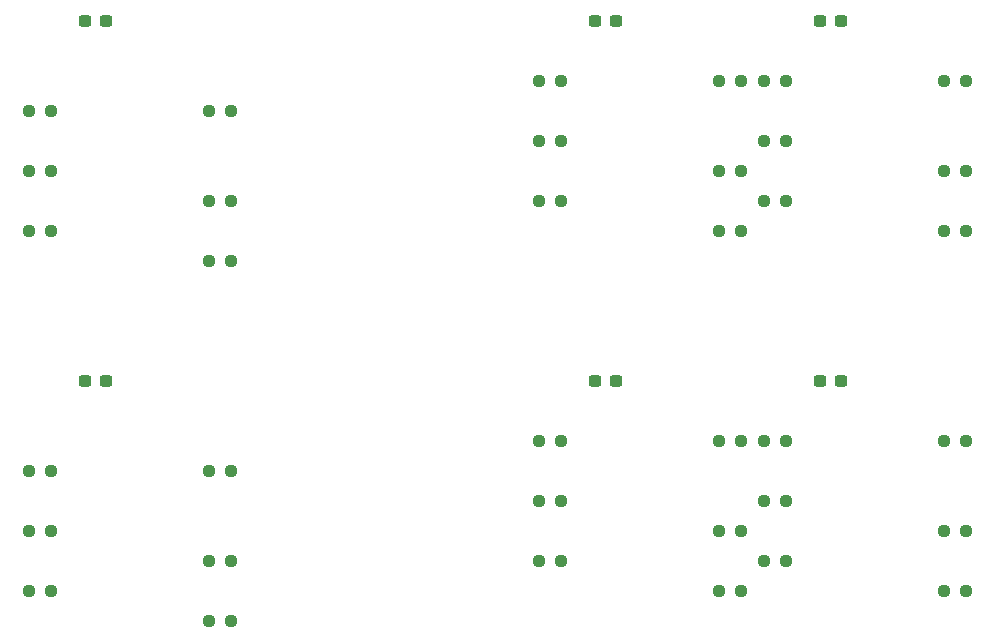
<source format=gtp>
%TF.GenerationSoftware,KiCad,Pcbnew,6.0.9+dfsg-1*%
%TF.CreationDate,2022-12-20T22:45:33+00:00*%
%TF.ProjectId,HP_54542C_Display_Adapter,48505f35-3435-4343-9243-5f446973706c,1*%
%TF.SameCoordinates,Original*%
%TF.FileFunction,Paste,Top*%
%TF.FilePolarity,Positive*%
%FSLAX46Y46*%
G04 Gerber Fmt 4.6, Leading zero omitted, Abs format (unit mm)*
G04 Created by KiCad (PCBNEW 6.0.9+dfsg-1) date 2022-12-20 22:45:33*
%MOMM*%
%LPD*%
G01*
G04 APERTURE LIST*
G04 Aperture macros list*
%AMRoundRect*
0 Rectangle with rounded corners*
0 $1 Rounding radius*
0 $2 $3 $4 $5 $6 $7 $8 $9 X,Y pos of 4 corners*
0 Add a 4 corners polygon primitive as box body*
4,1,4,$2,$3,$4,$5,$6,$7,$8,$9,$2,$3,0*
0 Add four circle primitives for the rounded corners*
1,1,$1+$1,$2,$3*
1,1,$1+$1,$4,$5*
1,1,$1+$1,$6,$7*
1,1,$1+$1,$8,$9*
0 Add four rect primitives between the rounded corners*
20,1,$1+$1,$2,$3,$4,$5,0*
20,1,$1+$1,$4,$5,$6,$7,0*
20,1,$1+$1,$6,$7,$8,$9,0*
20,1,$1+$1,$8,$9,$2,$3,0*%
G04 Aperture macros list end*
%ADD10RoundRect,0.237500X-0.250000X-0.237500X0.250000X-0.237500X0.250000X0.237500X-0.250000X0.237500X0*%
%ADD11RoundRect,0.237500X0.250000X0.237500X-0.250000X0.237500X-0.250000X-0.237500X0.250000X-0.237500X0*%
%ADD12RoundRect,0.237500X0.300000X0.237500X-0.300000X0.237500X-0.300000X-0.237500X0.300000X-0.237500X0*%
G04 APERTURE END LIST*
D10*
%TO.C,R36*%
X194667500Y-109220000D03*
X196492500Y-109220000D03*
%TD*%
%TO.C,R35*%
X194667500Y-116840000D03*
X196492500Y-116840000D03*
%TD*%
%TO.C,R34*%
X194667500Y-121920000D03*
X196492500Y-121920000D03*
%TD*%
D11*
%TO.C,R33*%
X181252500Y-119380000D03*
X179427500Y-119380000D03*
%TD*%
%TO.C,R32*%
X181252500Y-114300000D03*
X179427500Y-114300000D03*
%TD*%
%TO.C,R31*%
X181252500Y-109220000D03*
X179427500Y-109220000D03*
%TD*%
D10*
%TO.C,R30*%
X175617500Y-109220000D03*
X177442500Y-109220000D03*
%TD*%
%TO.C,R29*%
X175617500Y-116840000D03*
X177442500Y-116840000D03*
%TD*%
%TO.C,R28*%
X175617500Y-121920000D03*
X177442500Y-121920000D03*
%TD*%
D11*
%TO.C,R27*%
X162202500Y-119380000D03*
X160377500Y-119380000D03*
%TD*%
%TO.C,R26*%
X162202500Y-114300000D03*
X160377500Y-114300000D03*
%TD*%
%TO.C,R25*%
X162202500Y-109220000D03*
X160377500Y-109220000D03*
%TD*%
D10*
%TO.C,R24*%
X194667500Y-78740000D03*
X196492500Y-78740000D03*
%TD*%
%TO.C,R23*%
X194667500Y-86360000D03*
X196492500Y-86360000D03*
%TD*%
%TO.C,R22*%
X194667500Y-91440000D03*
X196492500Y-91440000D03*
%TD*%
D11*
%TO.C,R21*%
X181252500Y-88900000D03*
X179427500Y-88900000D03*
%TD*%
%TO.C,R20*%
X181252500Y-83820000D03*
X179427500Y-83820000D03*
%TD*%
%TO.C,R19*%
X181252500Y-78740000D03*
X179427500Y-78740000D03*
%TD*%
D10*
%TO.C,R18*%
X175617500Y-78740000D03*
X177442500Y-78740000D03*
%TD*%
%TO.C,R17*%
X175617500Y-86360000D03*
X177442500Y-86360000D03*
%TD*%
%TO.C,R16*%
X175617500Y-91440000D03*
X177442500Y-91440000D03*
%TD*%
D11*
%TO.C,R15*%
X162202500Y-88900000D03*
X160377500Y-88900000D03*
%TD*%
%TO.C,R14*%
X162202500Y-83820000D03*
X160377500Y-83820000D03*
%TD*%
%TO.C,R13*%
X162202500Y-78740000D03*
X160377500Y-78740000D03*
%TD*%
%TO.C,R12*%
X134262500Y-111760000D03*
X132437500Y-111760000D03*
%TD*%
%TO.C,R11*%
X134262500Y-119380000D03*
X132437500Y-119380000D03*
%TD*%
%TO.C,R10*%
X134262500Y-124460000D03*
X132437500Y-124460000D03*
%TD*%
D10*
%TO.C,R9*%
X117197500Y-121920000D03*
X119022500Y-121920000D03*
%TD*%
%TO.C,R8*%
X117197500Y-116840000D03*
X119022500Y-116840000D03*
%TD*%
%TO.C,R7*%
X117197500Y-111760000D03*
X119022500Y-111760000D03*
%TD*%
D11*
%TO.C,R6*%
X134262500Y-81280000D03*
X132437500Y-81280000D03*
%TD*%
%TO.C,R5*%
X134262500Y-88900000D03*
X132437500Y-88900000D03*
%TD*%
%TO.C,R4*%
X134262500Y-93980000D03*
X132437500Y-93980000D03*
%TD*%
D10*
%TO.C,R3*%
X117197500Y-91440000D03*
X119022500Y-91440000D03*
%TD*%
%TO.C,R2*%
X117197500Y-86360000D03*
X119022500Y-86360000D03*
%TD*%
%TO.C,R1*%
X117197500Y-81280000D03*
X119022500Y-81280000D03*
%TD*%
D12*
%TO.C,C7*%
X185875000Y-104140000D03*
X184150000Y-104140000D03*
%TD*%
%TO.C,C6*%
X166825000Y-104140000D03*
X165100000Y-104140000D03*
%TD*%
%TO.C,C5*%
X185875000Y-73660000D03*
X184150000Y-73660000D03*
%TD*%
%TO.C,C4*%
X166825000Y-73660000D03*
X165100000Y-73660000D03*
%TD*%
%TO.C,C3*%
X123645000Y-104140000D03*
X121920000Y-104140000D03*
%TD*%
%TO.C,C2*%
X123645000Y-73660000D03*
X121920000Y-73660000D03*
%TD*%
M02*

</source>
